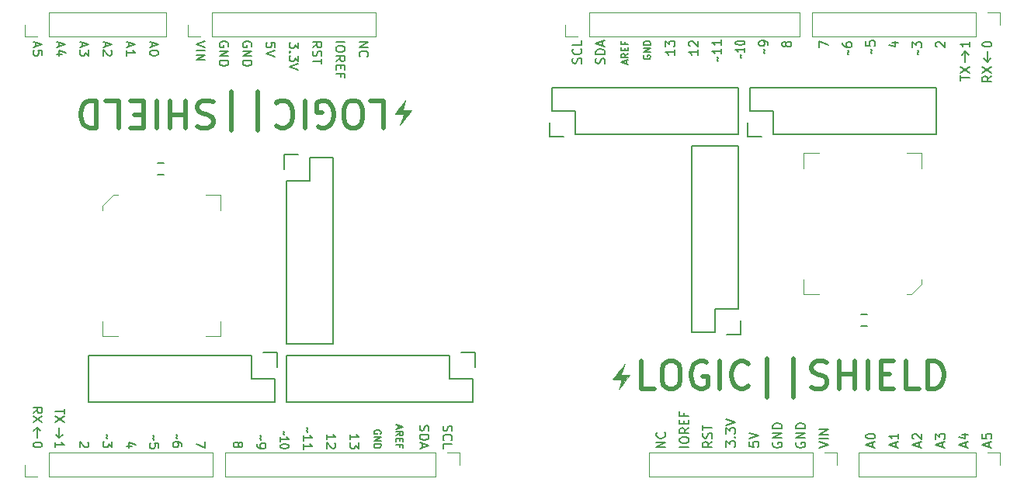
<source format=gto>
G04 #@! TF.FileFunction,Legend,Top*
%FSLAX46Y46*%
G04 Gerber Fmt 4.6, Leading zero omitted, Abs format (unit mm)*
G04 Created by KiCad (PCBNEW 4.0.5+dfsg1-4) date Tue Oct 16 22:11:46 2018*
%MOMM*%
%LPD*%
G01*
G04 APERTURE LIST*
%ADD10C,0.100000*%
%ADD11C,0.150000*%
%ADD12C,0.500000*%
%ADD13C,0.200000*%
%ADD14C,0.120000*%
%ADD15C,0.010000*%
G04 APERTURE END LIST*
D10*
D11*
X100115619Y-76898524D02*
X100115619Y-76422333D01*
X99639429Y-76374714D01*
X99687048Y-76422333D01*
X99734667Y-76517571D01*
X99734667Y-76755667D01*
X99687048Y-76850905D01*
X99639429Y-76898524D01*
X99544190Y-76946143D01*
X99306095Y-76946143D01*
X99210857Y-76898524D01*
X99163238Y-76850905D01*
X99115619Y-76755667D01*
X99115619Y-76517571D01*
X99163238Y-76422333D01*
X99210857Y-76374714D01*
X100115619Y-77231857D02*
X99115619Y-77565190D01*
X100115619Y-77898524D01*
X74001333Y-76374714D02*
X74001333Y-76850905D01*
X73715619Y-76279476D02*
X74715619Y-76612809D01*
X73715619Y-76946143D01*
X74715619Y-77755667D02*
X74715619Y-77279476D01*
X74239429Y-77231857D01*
X74287048Y-77279476D01*
X74334667Y-77374714D01*
X74334667Y-77612810D01*
X74287048Y-77708048D01*
X74239429Y-77755667D01*
X74144190Y-77803286D01*
X73906095Y-77803286D01*
X73810857Y-77755667D01*
X73763238Y-77708048D01*
X73715619Y-77612810D01*
X73715619Y-77374714D01*
X73763238Y-77279476D01*
X73810857Y-77231857D01*
X86701333Y-76374714D02*
X86701333Y-76850905D01*
X86415619Y-76279476D02*
X87415619Y-76612809D01*
X86415619Y-76946143D01*
X87415619Y-77469952D02*
X87415619Y-77565191D01*
X87368000Y-77660429D01*
X87320381Y-77708048D01*
X87225143Y-77755667D01*
X87034667Y-77803286D01*
X86796571Y-77803286D01*
X86606095Y-77755667D01*
X86510857Y-77708048D01*
X86463238Y-77660429D01*
X86415619Y-77565191D01*
X86415619Y-77469952D01*
X86463238Y-77374714D01*
X86510857Y-77327095D01*
X86606095Y-77279476D01*
X86796571Y-77231857D01*
X87034667Y-77231857D01*
X87225143Y-77279476D01*
X87320381Y-77327095D01*
X87368000Y-77374714D01*
X87415619Y-77469952D01*
X84161333Y-76374714D02*
X84161333Y-76850905D01*
X83875619Y-76279476D02*
X84875619Y-76612809D01*
X83875619Y-76946143D01*
X83875619Y-77803286D02*
X83875619Y-77231857D01*
X83875619Y-77517571D02*
X84875619Y-77517571D01*
X84732762Y-77422333D01*
X84637524Y-77327095D01*
X84589905Y-77231857D01*
X76541333Y-76374714D02*
X76541333Y-76850905D01*
X76255619Y-76279476D02*
X77255619Y-76612809D01*
X76255619Y-76946143D01*
X76922286Y-77708048D02*
X76255619Y-77708048D01*
X77303238Y-77469952D02*
X76588952Y-77231857D01*
X76588952Y-77850905D01*
X81621333Y-76374714D02*
X81621333Y-76850905D01*
X81335619Y-76279476D02*
X82335619Y-76612809D01*
X81335619Y-76946143D01*
X82240381Y-77231857D02*
X82288000Y-77279476D01*
X82335619Y-77374714D01*
X82335619Y-77612810D01*
X82288000Y-77708048D01*
X82240381Y-77755667D01*
X82145143Y-77803286D01*
X82049905Y-77803286D01*
X81907048Y-77755667D01*
X81335619Y-77184238D01*
X81335619Y-77803286D01*
X79081333Y-76374714D02*
X79081333Y-76850905D01*
X78795619Y-76279476D02*
X79795619Y-76612809D01*
X78795619Y-76946143D01*
X79795619Y-77184238D02*
X79795619Y-77803286D01*
X79414667Y-77469952D01*
X79414667Y-77612810D01*
X79367048Y-77708048D01*
X79319429Y-77755667D01*
X79224190Y-77803286D01*
X78986095Y-77803286D01*
X78890857Y-77755667D01*
X78843238Y-77708048D01*
X78795619Y-77612810D01*
X78795619Y-77327095D01*
X78843238Y-77231857D01*
X78890857Y-77184238D01*
X102655619Y-76374810D02*
X102655619Y-76993858D01*
X102274667Y-76660524D01*
X102274667Y-76803382D01*
X102227048Y-76898620D01*
X102179429Y-76946239D01*
X102084190Y-76993858D01*
X101846095Y-76993858D01*
X101750857Y-76946239D01*
X101703238Y-76898620D01*
X101655619Y-76803382D01*
X101655619Y-76517667D01*
X101703238Y-76422429D01*
X101750857Y-76374810D01*
X101750857Y-77422429D02*
X101703238Y-77470048D01*
X101655619Y-77422429D01*
X101703238Y-77374810D01*
X101750857Y-77422429D01*
X101655619Y-77422429D01*
X102655619Y-77803381D02*
X102655619Y-78422429D01*
X102274667Y-78089095D01*
X102274667Y-78231953D01*
X102227048Y-78327191D01*
X102179429Y-78374810D01*
X102084190Y-78422429D01*
X101846095Y-78422429D01*
X101750857Y-78374810D01*
X101703238Y-78327191D01*
X101655619Y-78231953D01*
X101655619Y-77946238D01*
X101703238Y-77851000D01*
X101750857Y-77803381D01*
X102655619Y-78708143D02*
X101655619Y-79041476D01*
X102655619Y-79374810D01*
D12*
X110503999Y-82716857D02*
X111932570Y-82716857D01*
X111932570Y-85716857D01*
X108932571Y-85716857D02*
X108361142Y-85716857D01*
X108075428Y-85574000D01*
X107789714Y-85288286D01*
X107646856Y-84716857D01*
X107646856Y-83716857D01*
X107789714Y-83145429D01*
X108075428Y-82859714D01*
X108361142Y-82716857D01*
X108932571Y-82716857D01*
X109218285Y-82859714D01*
X109503999Y-83145429D01*
X109646856Y-83716857D01*
X109646856Y-84716857D01*
X109503999Y-85288286D01*
X109218285Y-85574000D01*
X108932571Y-85716857D01*
X104789714Y-85574000D02*
X105075428Y-85716857D01*
X105503999Y-85716857D01*
X105932571Y-85574000D01*
X106218285Y-85288286D01*
X106361142Y-85002571D01*
X106503999Y-84431143D01*
X106503999Y-84002571D01*
X106361142Y-83431143D01*
X106218285Y-83145429D01*
X105932571Y-82859714D01*
X105503999Y-82716857D01*
X105218285Y-82716857D01*
X104789714Y-82859714D01*
X104646857Y-83002571D01*
X104646857Y-84002571D01*
X105218285Y-84002571D01*
X103361142Y-82716857D02*
X103361142Y-85716857D01*
X100218286Y-83002571D02*
X100361143Y-82859714D01*
X100789714Y-82716857D01*
X101075428Y-82716857D01*
X101504000Y-82859714D01*
X101789714Y-83145429D01*
X101932571Y-83431143D01*
X102075428Y-84002571D01*
X102075428Y-84431143D01*
X101932571Y-85002571D01*
X101789714Y-85288286D01*
X101504000Y-85574000D01*
X101075428Y-85716857D01*
X100789714Y-85716857D01*
X100361143Y-85574000D01*
X100218286Y-85431143D01*
X98218286Y-81716857D02*
X98218286Y-86002571D01*
X95361143Y-81716857D02*
X95361143Y-86002571D01*
X93361142Y-82859714D02*
X92932571Y-82716857D01*
X92218285Y-82716857D01*
X91932571Y-82859714D01*
X91789714Y-83002571D01*
X91646857Y-83288286D01*
X91646857Y-83574000D01*
X91789714Y-83859714D01*
X91932571Y-84002571D01*
X92218285Y-84145429D01*
X92789714Y-84288286D01*
X93075428Y-84431143D01*
X93218285Y-84574000D01*
X93361142Y-84859714D01*
X93361142Y-85145429D01*
X93218285Y-85431143D01*
X93075428Y-85574000D01*
X92789714Y-85716857D01*
X92075428Y-85716857D01*
X91646857Y-85574000D01*
X90361142Y-82716857D02*
X90361142Y-85716857D01*
X90361142Y-84288286D02*
X88646857Y-84288286D01*
X88646857Y-82716857D02*
X88646857Y-85716857D01*
X87218285Y-82716857D02*
X87218285Y-85716857D01*
X85789714Y-84288286D02*
X84789714Y-84288286D01*
X84361143Y-82716857D02*
X85789714Y-82716857D01*
X85789714Y-85716857D01*
X84361143Y-85716857D01*
X81646857Y-82716857D02*
X83075428Y-82716857D01*
X83075428Y-85716857D01*
X80646857Y-82716857D02*
X80646857Y-85716857D01*
X79932572Y-85716857D01*
X79504000Y-85574000D01*
X79218286Y-85288286D01*
X79075429Y-85002571D01*
X78932572Y-84431143D01*
X78932572Y-84002571D01*
X79075429Y-83431143D01*
X79218286Y-83145429D01*
X79504000Y-82859714D01*
X79932572Y-82716857D01*
X80646857Y-82716857D01*
D11*
X106735619Y-76327238D02*
X107735619Y-76327238D01*
X107735619Y-76993904D02*
X107735619Y-77184381D01*
X107688000Y-77279619D01*
X107592762Y-77374857D01*
X107402286Y-77422476D01*
X107068952Y-77422476D01*
X106878476Y-77374857D01*
X106783238Y-77279619D01*
X106735619Y-77184381D01*
X106735619Y-76993904D01*
X106783238Y-76898666D01*
X106878476Y-76803428D01*
X107068952Y-76755809D01*
X107402286Y-76755809D01*
X107592762Y-76803428D01*
X107688000Y-76898666D01*
X107735619Y-76993904D01*
X106735619Y-78422476D02*
X107211810Y-78089142D01*
X106735619Y-77851047D02*
X107735619Y-77851047D01*
X107735619Y-78232000D01*
X107688000Y-78327238D01*
X107640381Y-78374857D01*
X107545143Y-78422476D01*
X107402286Y-78422476D01*
X107307048Y-78374857D01*
X107259429Y-78327238D01*
X107211810Y-78232000D01*
X107211810Y-77851047D01*
X107259429Y-78851047D02*
X107259429Y-79184381D01*
X106735619Y-79327238D02*
X106735619Y-78851047D01*
X107735619Y-78851047D01*
X107735619Y-79327238D01*
X107259429Y-80089143D02*
X107259429Y-79755809D01*
X106735619Y-79755809D02*
X107735619Y-79755809D01*
X107735619Y-80232000D01*
X104195619Y-76922381D02*
X104671810Y-76589047D01*
X104195619Y-76350952D02*
X105195619Y-76350952D01*
X105195619Y-76731905D01*
X105148000Y-76827143D01*
X105100381Y-76874762D01*
X105005143Y-76922381D01*
X104862286Y-76922381D01*
X104767048Y-76874762D01*
X104719429Y-76827143D01*
X104671810Y-76731905D01*
X104671810Y-76350952D01*
X104243238Y-77303333D02*
X104195619Y-77446190D01*
X104195619Y-77684286D01*
X104243238Y-77779524D01*
X104290857Y-77827143D01*
X104386095Y-77874762D01*
X104481333Y-77874762D01*
X104576571Y-77827143D01*
X104624190Y-77779524D01*
X104671810Y-77684286D01*
X104719429Y-77493809D01*
X104767048Y-77398571D01*
X104814667Y-77350952D01*
X104909905Y-77303333D01*
X105005143Y-77303333D01*
X105100381Y-77350952D01*
X105148000Y-77398571D01*
X105195619Y-77493809D01*
X105195619Y-77731905D01*
X105148000Y-77874762D01*
X105195619Y-78160476D02*
X105195619Y-78731905D01*
X104195619Y-78446190D02*
X105195619Y-78446190D01*
X109275619Y-76303286D02*
X110275619Y-76303286D01*
X109275619Y-76874715D01*
X110275619Y-76874715D01*
X109370857Y-77922334D02*
X109323238Y-77874715D01*
X109275619Y-77731858D01*
X109275619Y-77636620D01*
X109323238Y-77493762D01*
X109418476Y-77398524D01*
X109513714Y-77350905D01*
X109704190Y-77303286D01*
X109847048Y-77303286D01*
X110037524Y-77350905D01*
X110132762Y-77398524D01*
X110228000Y-77493762D01*
X110275619Y-77636620D01*
X110275619Y-77731858D01*
X110228000Y-77874715D01*
X110180381Y-77922334D01*
X97528000Y-76835096D02*
X97575619Y-76739858D01*
X97575619Y-76597001D01*
X97528000Y-76454143D01*
X97432762Y-76358905D01*
X97337524Y-76311286D01*
X97147048Y-76263667D01*
X97004190Y-76263667D01*
X96813714Y-76311286D01*
X96718476Y-76358905D01*
X96623238Y-76454143D01*
X96575619Y-76597001D01*
X96575619Y-76692239D01*
X96623238Y-76835096D01*
X96670857Y-76882715D01*
X97004190Y-76882715D01*
X97004190Y-76692239D01*
X96575619Y-77311286D02*
X97575619Y-77311286D01*
X96575619Y-77882715D01*
X97575619Y-77882715D01*
X96575619Y-78358905D02*
X97575619Y-78358905D01*
X97575619Y-78597000D01*
X97528000Y-78739858D01*
X97432762Y-78835096D01*
X97337524Y-78882715D01*
X97147048Y-78930334D01*
X97004190Y-78930334D01*
X96813714Y-78882715D01*
X96718476Y-78835096D01*
X96623238Y-78739858D01*
X96575619Y-78597000D01*
X96575619Y-78358905D01*
X94988000Y-76835096D02*
X95035619Y-76739858D01*
X95035619Y-76597001D01*
X94988000Y-76454143D01*
X94892762Y-76358905D01*
X94797524Y-76311286D01*
X94607048Y-76263667D01*
X94464190Y-76263667D01*
X94273714Y-76311286D01*
X94178476Y-76358905D01*
X94083238Y-76454143D01*
X94035619Y-76597001D01*
X94035619Y-76692239D01*
X94083238Y-76835096D01*
X94130857Y-76882715D01*
X94464190Y-76882715D01*
X94464190Y-76692239D01*
X94035619Y-77311286D02*
X95035619Y-77311286D01*
X94035619Y-77882715D01*
X95035619Y-77882715D01*
X94035619Y-78358905D02*
X95035619Y-78358905D01*
X95035619Y-78597000D01*
X94988000Y-78739858D01*
X94892762Y-78835096D01*
X94797524Y-78882715D01*
X94607048Y-78930334D01*
X94464190Y-78930334D01*
X94273714Y-78882715D01*
X94178476Y-78835096D01*
X94083238Y-78739858D01*
X94035619Y-78597000D01*
X94035619Y-78358905D01*
X92495619Y-76247762D02*
X91495619Y-76581095D01*
X92495619Y-76914429D01*
X91495619Y-77247762D02*
X92495619Y-77247762D01*
X91495619Y-77723952D02*
X92495619Y-77723952D01*
X91495619Y-78295381D01*
X92495619Y-78295381D01*
X74715619Y-120221381D02*
X74715619Y-120316620D01*
X74668000Y-120411858D01*
X74620381Y-120459477D01*
X74525143Y-120507096D01*
X74334667Y-120554715D01*
X74096571Y-120554715D01*
X73906095Y-120507096D01*
X73810857Y-120459477D01*
X73763238Y-120411858D01*
X73715619Y-120316620D01*
X73715619Y-120221381D01*
X73763238Y-120126143D01*
X73810857Y-120078524D01*
X73906095Y-120030905D01*
X74096571Y-119983286D01*
X74334667Y-119983286D01*
X74525143Y-120030905D01*
X74620381Y-120078524D01*
X74668000Y-120126143D01*
X74715619Y-120221381D01*
X77128619Y-116332095D02*
X77128619Y-116903524D01*
X76128619Y-116617809D02*
X77128619Y-116617809D01*
X77128619Y-117141619D02*
X76128619Y-117808286D01*
X77128619Y-117808286D02*
X76128619Y-117141619D01*
X73715619Y-116800334D02*
X74191810Y-116467000D01*
X73715619Y-116228905D02*
X74715619Y-116228905D01*
X74715619Y-116609858D01*
X74668000Y-116705096D01*
X74620381Y-116752715D01*
X74525143Y-116800334D01*
X74382286Y-116800334D01*
X74287048Y-116752715D01*
X74239429Y-116705096D01*
X74191810Y-116609858D01*
X74191810Y-116228905D01*
X74715619Y-117133667D02*
X73715619Y-117800334D01*
X74715619Y-117800334D02*
X73715619Y-117133667D01*
D13*
X74168000Y-119506999D02*
X74168000Y-118364000D01*
X74168000Y-118364000D02*
X73787000Y-118745000D01*
X74168000Y-118364000D02*
X74549001Y-118745000D01*
D11*
X79700381Y-119983286D02*
X79748000Y-120030905D01*
X79795619Y-120126143D01*
X79795619Y-120364239D01*
X79748000Y-120459477D01*
X79700381Y-120507096D01*
X79605143Y-120554715D01*
X79509905Y-120554715D01*
X79367048Y-120507096D01*
X78795619Y-119935667D01*
X78795619Y-120554715D01*
D13*
X76581000Y-118364000D02*
X76581000Y-119507000D01*
X76581000Y-119507000D02*
X76962000Y-119126000D01*
X76581000Y-119507000D02*
X76200000Y-119126000D01*
D11*
X76128619Y-120554715D02*
X76128619Y-119983286D01*
X76128619Y-120269000D02*
X77128619Y-120269000D01*
X76985762Y-120173762D01*
X76890524Y-120078524D01*
X76842905Y-119983286D01*
X113540000Y-118134000D02*
X113540000Y-118491143D01*
X113325714Y-118062572D02*
X114075714Y-118312572D01*
X113325714Y-118562572D01*
X113325714Y-119241143D02*
X113682857Y-118991143D01*
X113325714Y-118812571D02*
X114075714Y-118812571D01*
X114075714Y-119098286D01*
X114040000Y-119169714D01*
X114004286Y-119205429D01*
X113932857Y-119241143D01*
X113825714Y-119241143D01*
X113754286Y-119205429D01*
X113718571Y-119169714D01*
X113682857Y-119098286D01*
X113682857Y-118812571D01*
X113718571Y-119562571D02*
X113718571Y-119812571D01*
X113325714Y-119919714D02*
X113325714Y-119562571D01*
X114075714Y-119562571D01*
X114075714Y-119919714D01*
X113718571Y-120491142D02*
X113718571Y-120241142D01*
X113325714Y-120241142D02*
X114075714Y-120241142D01*
X114075714Y-120598285D01*
X96131048Y-120173762D02*
X96178667Y-120078524D01*
X96226286Y-120030905D01*
X96321524Y-119983286D01*
X96369143Y-119983286D01*
X96464381Y-120030905D01*
X96512000Y-120078524D01*
X96559619Y-120173762D01*
X96559619Y-120364239D01*
X96512000Y-120459477D01*
X96464381Y-120507096D01*
X96369143Y-120554715D01*
X96321524Y-120554715D01*
X96226286Y-120507096D01*
X96178667Y-120459477D01*
X96131048Y-120364239D01*
X96131048Y-120173762D01*
X96083429Y-120078524D01*
X96035810Y-120030905D01*
X95940571Y-119983286D01*
X95750095Y-119983286D01*
X95654857Y-120030905D01*
X95607238Y-120078524D01*
X95559619Y-120173762D01*
X95559619Y-120364239D01*
X95607238Y-120459477D01*
X95654857Y-120507096D01*
X95750095Y-120554715D01*
X95940571Y-120554715D01*
X96035810Y-120507096D01*
X96083429Y-120459477D01*
X96131048Y-120364239D01*
X98480571Y-119276905D02*
X98528190Y-119324524D01*
X98575810Y-119419762D01*
X98480571Y-119610238D01*
X98528190Y-119705477D01*
X98575810Y-119753096D01*
X98099619Y-120181667D02*
X98099619Y-120372143D01*
X98147238Y-120467382D01*
X98194857Y-120515001D01*
X98337714Y-120610239D01*
X98528190Y-120657858D01*
X98909143Y-120657858D01*
X99004381Y-120610239D01*
X99052000Y-120562620D01*
X99099619Y-120467382D01*
X99099619Y-120276905D01*
X99052000Y-120181667D01*
X99004381Y-120134048D01*
X98909143Y-120086429D01*
X98671048Y-120086429D01*
X98575810Y-120134048D01*
X98528190Y-120181667D01*
X98480571Y-120276905D01*
X98480571Y-120467382D01*
X98528190Y-120562620D01*
X98575810Y-120610239D01*
X98671048Y-120657858D01*
X101020571Y-118789571D02*
X101068190Y-118827667D01*
X101115810Y-118903857D01*
X101020571Y-119056238D01*
X101068190Y-119132429D01*
X101115810Y-119170524D01*
X100639619Y-119894334D02*
X100639619Y-119437191D01*
X100639619Y-119665762D02*
X101639619Y-119665762D01*
X101496762Y-119589572D01*
X101401524Y-119513381D01*
X101353905Y-119437191D01*
X101639619Y-120389572D02*
X101639619Y-120465763D01*
X101592000Y-120541953D01*
X101544381Y-120580048D01*
X101449143Y-120618144D01*
X101258667Y-120656239D01*
X101020571Y-120656239D01*
X100830095Y-120618144D01*
X100734857Y-120580048D01*
X100687238Y-120541953D01*
X100639619Y-120465763D01*
X100639619Y-120389572D01*
X100687238Y-120313382D01*
X100734857Y-120275286D01*
X100830095Y-120237191D01*
X101020571Y-120199096D01*
X101258667Y-120199096D01*
X101449143Y-120237191D01*
X101544381Y-120275286D01*
X101592000Y-120313382D01*
X101639619Y-120389572D01*
X92495619Y-119935667D02*
X92495619Y-120602334D01*
X91495619Y-120173762D01*
X89336571Y-119149905D02*
X89384190Y-119197524D01*
X89431810Y-119292762D01*
X89336571Y-119483238D01*
X89384190Y-119578477D01*
X89431810Y-119626096D01*
X89955619Y-120435620D02*
X89955619Y-120245143D01*
X89908000Y-120149905D01*
X89860381Y-120102286D01*
X89717524Y-120007048D01*
X89527048Y-119959429D01*
X89146095Y-119959429D01*
X89050857Y-120007048D01*
X89003238Y-120054667D01*
X88955619Y-120149905D01*
X88955619Y-120340382D01*
X89003238Y-120435620D01*
X89050857Y-120483239D01*
X89146095Y-120530858D01*
X89384190Y-120530858D01*
X89479429Y-120483239D01*
X89527048Y-120435620D01*
X89574667Y-120340382D01*
X89574667Y-120149905D01*
X89527048Y-120054667D01*
X89479429Y-120007048D01*
X89384190Y-119959429D01*
X86796571Y-119276905D02*
X86844190Y-119324524D01*
X86891810Y-119419762D01*
X86796571Y-119610238D01*
X86844190Y-119705477D01*
X86891810Y-119753096D01*
X87415619Y-120610239D02*
X87415619Y-120134048D01*
X86939429Y-120086429D01*
X86987048Y-120134048D01*
X87034667Y-120229286D01*
X87034667Y-120467382D01*
X86987048Y-120562620D01*
X86939429Y-120610239D01*
X86844190Y-120657858D01*
X86606095Y-120657858D01*
X86510857Y-120610239D01*
X86463238Y-120562620D01*
X86415619Y-120467382D01*
X86415619Y-120229286D01*
X86463238Y-120134048D01*
X86510857Y-120086429D01*
X108259619Y-119697524D02*
X108259619Y-119126095D01*
X108259619Y-119411809D02*
X109259619Y-119411809D01*
X109116762Y-119316571D01*
X109021524Y-119221333D01*
X108973905Y-119126095D01*
X109259619Y-120030857D02*
X109259619Y-120649905D01*
X108878667Y-120316571D01*
X108878667Y-120459429D01*
X108831048Y-120554667D01*
X108783429Y-120602286D01*
X108688190Y-120649905D01*
X108450095Y-120649905D01*
X108354857Y-120602286D01*
X108307238Y-120554667D01*
X108259619Y-120459429D01*
X108259619Y-120173714D01*
X108307238Y-120078476D01*
X108354857Y-120030857D01*
X105719619Y-119697524D02*
X105719619Y-119126095D01*
X105719619Y-119411809D02*
X106719619Y-119411809D01*
X106576762Y-119316571D01*
X106481524Y-119221333D01*
X106433905Y-119126095D01*
X106624381Y-120078476D02*
X106672000Y-120126095D01*
X106719619Y-120221333D01*
X106719619Y-120459429D01*
X106672000Y-120554667D01*
X106624381Y-120602286D01*
X106529143Y-120649905D01*
X106433905Y-120649905D01*
X106291048Y-120602286D01*
X105719619Y-120030857D01*
X105719619Y-120649905D01*
X103560571Y-118419714D02*
X103608190Y-118467333D01*
X103655810Y-118562571D01*
X103560571Y-118753047D01*
X103608190Y-118848286D01*
X103655810Y-118895905D01*
X103179619Y-119800667D02*
X103179619Y-119229238D01*
X103179619Y-119514952D02*
X104179619Y-119514952D01*
X104036762Y-119419714D01*
X103941524Y-119324476D01*
X103893905Y-119229238D01*
X103179619Y-120753048D02*
X103179619Y-120181619D01*
X103179619Y-120467333D02*
X104179619Y-120467333D01*
X104036762Y-120372095D01*
X103941524Y-120276857D01*
X103893905Y-120181619D01*
X111627000Y-119062572D02*
X111662714Y-118991143D01*
X111662714Y-118884000D01*
X111627000Y-118776857D01*
X111555571Y-118705429D01*
X111484143Y-118669714D01*
X111341286Y-118634000D01*
X111234143Y-118634000D01*
X111091286Y-118669714D01*
X111019857Y-118705429D01*
X110948429Y-118776857D01*
X110912714Y-118884000D01*
X110912714Y-118955429D01*
X110948429Y-119062572D01*
X110984143Y-119098286D01*
X111234143Y-119098286D01*
X111234143Y-118955429D01*
X110912714Y-119419714D02*
X111662714Y-119419714D01*
X110912714Y-119848286D01*
X111662714Y-119848286D01*
X110912714Y-120205428D02*
X111662714Y-120205428D01*
X111662714Y-120384000D01*
X111627000Y-120491143D01*
X111555571Y-120562571D01*
X111484143Y-120598286D01*
X111341286Y-120634000D01*
X111234143Y-120634000D01*
X111091286Y-120598286D01*
X111019857Y-120562571D01*
X110948429Y-120491143D01*
X110912714Y-120384000D01*
X110912714Y-120205428D01*
X118467238Y-118189524D02*
X118419619Y-118332381D01*
X118419619Y-118570477D01*
X118467238Y-118665715D01*
X118514857Y-118713334D01*
X118610095Y-118760953D01*
X118705333Y-118760953D01*
X118800571Y-118713334D01*
X118848190Y-118665715D01*
X118895810Y-118570477D01*
X118943429Y-118380000D01*
X118991048Y-118284762D01*
X119038667Y-118237143D01*
X119133905Y-118189524D01*
X119229143Y-118189524D01*
X119324381Y-118237143D01*
X119372000Y-118284762D01*
X119419619Y-118380000D01*
X119419619Y-118618096D01*
X119372000Y-118760953D01*
X118514857Y-119760953D02*
X118467238Y-119713334D01*
X118419619Y-119570477D01*
X118419619Y-119475239D01*
X118467238Y-119332381D01*
X118562476Y-119237143D01*
X118657714Y-119189524D01*
X118848190Y-119141905D01*
X118991048Y-119141905D01*
X119181524Y-119189524D01*
X119276762Y-119237143D01*
X119372000Y-119332381D01*
X119419619Y-119475239D01*
X119419619Y-119570477D01*
X119372000Y-119713334D01*
X119324381Y-119760953D01*
X118419619Y-120665715D02*
X118419619Y-120189524D01*
X119419619Y-120189524D01*
X115927238Y-118165714D02*
X115879619Y-118308571D01*
X115879619Y-118546667D01*
X115927238Y-118641905D01*
X115974857Y-118689524D01*
X116070095Y-118737143D01*
X116165333Y-118737143D01*
X116260571Y-118689524D01*
X116308190Y-118641905D01*
X116355810Y-118546667D01*
X116403429Y-118356190D01*
X116451048Y-118260952D01*
X116498667Y-118213333D01*
X116593905Y-118165714D01*
X116689143Y-118165714D01*
X116784381Y-118213333D01*
X116832000Y-118260952D01*
X116879619Y-118356190D01*
X116879619Y-118594286D01*
X116832000Y-118737143D01*
X115879619Y-119165714D02*
X116879619Y-119165714D01*
X116879619Y-119403809D01*
X116832000Y-119546667D01*
X116736762Y-119641905D01*
X116641524Y-119689524D01*
X116451048Y-119737143D01*
X116308190Y-119737143D01*
X116117714Y-119689524D01*
X116022476Y-119641905D01*
X115927238Y-119546667D01*
X115879619Y-119403809D01*
X115879619Y-119165714D01*
X116165333Y-120118095D02*
X116165333Y-120594286D01*
X115879619Y-120022857D02*
X116879619Y-120356190D01*
X115879619Y-120689524D01*
X84542286Y-120459477D02*
X83875619Y-120459477D01*
X84923238Y-120221381D02*
X84208952Y-119983286D01*
X84208952Y-120602334D01*
X81716571Y-119149905D02*
X81764190Y-119197524D01*
X81811810Y-119292762D01*
X81716571Y-119483238D01*
X81764190Y-119578477D01*
X81811810Y-119626096D01*
X82335619Y-119911810D02*
X82335619Y-120530858D01*
X81954667Y-120197524D01*
X81954667Y-120340382D01*
X81907048Y-120435620D01*
X81859429Y-120483239D01*
X81764190Y-120530858D01*
X81526095Y-120530858D01*
X81430857Y-120483239D01*
X81383238Y-120435620D01*
X81335619Y-120340382D01*
X81335619Y-120054667D01*
X81383238Y-119959429D01*
X81430857Y-119911810D01*
X175839381Y-76295285D02*
X175839381Y-76866714D01*
X175839381Y-76581000D02*
X174839381Y-76581000D01*
X174982238Y-76676238D01*
X175077476Y-76771476D01*
X175125095Y-76866714D01*
X177252381Y-76628619D02*
X177252381Y-76533380D01*
X177300000Y-76438142D01*
X177347619Y-76390523D01*
X177442857Y-76342904D01*
X177633333Y-76295285D01*
X177871429Y-76295285D01*
X178061905Y-76342904D01*
X178157143Y-76390523D01*
X178204762Y-76438142D01*
X178252381Y-76533380D01*
X178252381Y-76628619D01*
X178204762Y-76723857D01*
X178157143Y-76771476D01*
X178061905Y-76819095D01*
X177871429Y-76866714D01*
X177633333Y-76866714D01*
X177442857Y-76819095D01*
X177347619Y-76771476D01*
X177300000Y-76723857D01*
X177252381Y-76628619D01*
D13*
X177800000Y-78486000D02*
X177418999Y-78105000D01*
X177800000Y-78486000D02*
X178181000Y-78105000D01*
X177800000Y-77343001D02*
X177800000Y-78486000D01*
X175387000Y-77343000D02*
X175768000Y-77724000D01*
X175387000Y-77343000D02*
X175006000Y-77724000D01*
X175387000Y-78486000D02*
X175387000Y-77343000D01*
D11*
X178252381Y-80049666D02*
X177776190Y-80383000D01*
X178252381Y-80621095D02*
X177252381Y-80621095D01*
X177252381Y-80240142D01*
X177300000Y-80144904D01*
X177347619Y-80097285D01*
X177442857Y-80049666D01*
X177585714Y-80049666D01*
X177680952Y-80097285D01*
X177728571Y-80144904D01*
X177776190Y-80240142D01*
X177776190Y-80621095D01*
X177252381Y-79716333D02*
X178252381Y-79049666D01*
X177252381Y-79049666D02*
X178252381Y-79716333D01*
X174839381Y-80517905D02*
X174839381Y-79946476D01*
X175839381Y-80232191D02*
X174839381Y-80232191D01*
X174839381Y-79708381D02*
X175839381Y-79041714D01*
X174839381Y-79041714D02*
X175839381Y-79708381D01*
X172267619Y-76866714D02*
X172220000Y-76819095D01*
X172172381Y-76723857D01*
X172172381Y-76485761D01*
X172220000Y-76390523D01*
X172267619Y-76342904D01*
X172362857Y-76295285D01*
X172458095Y-76295285D01*
X172600952Y-76342904D01*
X173172381Y-76914333D01*
X173172381Y-76295285D01*
X170251429Y-77700095D02*
X170203810Y-77652476D01*
X170156190Y-77557238D01*
X170251429Y-77366762D01*
X170203810Y-77271523D01*
X170156190Y-77223904D01*
X169632381Y-76938190D02*
X169632381Y-76319142D01*
X170013333Y-76652476D01*
X170013333Y-76509618D01*
X170060952Y-76414380D01*
X170108571Y-76366761D01*
X170203810Y-76319142D01*
X170441905Y-76319142D01*
X170537143Y-76366761D01*
X170584762Y-76414380D01*
X170632381Y-76509618D01*
X170632381Y-76795333D01*
X170584762Y-76890571D01*
X170537143Y-76938190D01*
X167425714Y-76390523D02*
X168092381Y-76390523D01*
X167044762Y-76628619D02*
X167759048Y-76866714D01*
X167759048Y-76247666D01*
X165171429Y-77573095D02*
X165123810Y-77525476D01*
X165076190Y-77430238D01*
X165171429Y-77239762D01*
X165123810Y-77144523D01*
X165076190Y-77096904D01*
X164552381Y-76239761D02*
X164552381Y-76715952D01*
X165028571Y-76763571D01*
X164980952Y-76715952D01*
X164933333Y-76620714D01*
X164933333Y-76382618D01*
X164980952Y-76287380D01*
X165028571Y-76239761D01*
X165123810Y-76192142D01*
X165361905Y-76192142D01*
X165457143Y-76239761D01*
X165504762Y-76287380D01*
X165552381Y-76382618D01*
X165552381Y-76620714D01*
X165504762Y-76715952D01*
X165457143Y-76763571D01*
X162631429Y-77700095D02*
X162583810Y-77652476D01*
X162536190Y-77557238D01*
X162631429Y-77366762D01*
X162583810Y-77271523D01*
X162536190Y-77223904D01*
X162012381Y-76414380D02*
X162012381Y-76604857D01*
X162060000Y-76700095D01*
X162107619Y-76747714D01*
X162250476Y-76842952D01*
X162440952Y-76890571D01*
X162821905Y-76890571D01*
X162917143Y-76842952D01*
X162964762Y-76795333D01*
X163012381Y-76700095D01*
X163012381Y-76509618D01*
X162964762Y-76414380D01*
X162917143Y-76366761D01*
X162821905Y-76319142D01*
X162583810Y-76319142D01*
X162488571Y-76366761D01*
X162440952Y-76414380D01*
X162393333Y-76509618D01*
X162393333Y-76700095D01*
X162440952Y-76795333D01*
X162488571Y-76842952D01*
X162583810Y-76890571D01*
X159472381Y-76914333D02*
X159472381Y-76247666D01*
X160472381Y-76676238D01*
X155836952Y-76676238D02*
X155789333Y-76771476D01*
X155741714Y-76819095D01*
X155646476Y-76866714D01*
X155598857Y-76866714D01*
X155503619Y-76819095D01*
X155456000Y-76771476D01*
X155408381Y-76676238D01*
X155408381Y-76485761D01*
X155456000Y-76390523D01*
X155503619Y-76342904D01*
X155598857Y-76295285D01*
X155646476Y-76295285D01*
X155741714Y-76342904D01*
X155789333Y-76390523D01*
X155836952Y-76485761D01*
X155836952Y-76676238D01*
X155884571Y-76771476D01*
X155932190Y-76819095D01*
X156027429Y-76866714D01*
X156217905Y-76866714D01*
X156313143Y-76819095D01*
X156360762Y-76771476D01*
X156408381Y-76676238D01*
X156408381Y-76485761D01*
X156360762Y-76390523D01*
X156313143Y-76342904D01*
X156217905Y-76295285D01*
X156027429Y-76295285D01*
X155932190Y-76342904D01*
X155884571Y-76390523D01*
X155836952Y-76485761D01*
X153487429Y-77573095D02*
X153439810Y-77525476D01*
X153392190Y-77430238D01*
X153487429Y-77239762D01*
X153439810Y-77144523D01*
X153392190Y-77096904D01*
X153868381Y-76668333D02*
X153868381Y-76477857D01*
X153820762Y-76382618D01*
X153773143Y-76334999D01*
X153630286Y-76239761D01*
X153439810Y-76192142D01*
X153058857Y-76192142D01*
X152963619Y-76239761D01*
X152916000Y-76287380D01*
X152868381Y-76382618D01*
X152868381Y-76573095D01*
X152916000Y-76668333D01*
X152963619Y-76715952D01*
X153058857Y-76763571D01*
X153296952Y-76763571D01*
X153392190Y-76715952D01*
X153439810Y-76668333D01*
X153487429Y-76573095D01*
X153487429Y-76382618D01*
X153439810Y-76287380D01*
X153392190Y-76239761D01*
X153296952Y-76192142D01*
X150947429Y-78060429D02*
X150899810Y-78022333D01*
X150852190Y-77946143D01*
X150947429Y-77793762D01*
X150899810Y-77717571D01*
X150852190Y-77679476D01*
X151328381Y-76955666D02*
X151328381Y-77412809D01*
X151328381Y-77184238D02*
X150328381Y-77184238D01*
X150471238Y-77260428D01*
X150566476Y-77336619D01*
X150614095Y-77412809D01*
X150328381Y-76460428D02*
X150328381Y-76384237D01*
X150376000Y-76308047D01*
X150423619Y-76269952D01*
X150518857Y-76231856D01*
X150709333Y-76193761D01*
X150947429Y-76193761D01*
X151137905Y-76231856D01*
X151233143Y-76269952D01*
X151280762Y-76308047D01*
X151328381Y-76384237D01*
X151328381Y-76460428D01*
X151280762Y-76536618D01*
X151233143Y-76574714D01*
X151137905Y-76612809D01*
X150947429Y-76650904D01*
X150709333Y-76650904D01*
X150518857Y-76612809D01*
X150423619Y-76574714D01*
X150376000Y-76536618D01*
X150328381Y-76460428D01*
X148407429Y-78430286D02*
X148359810Y-78382667D01*
X148312190Y-78287429D01*
X148407429Y-78096953D01*
X148359810Y-78001714D01*
X148312190Y-77954095D01*
X148788381Y-77049333D02*
X148788381Y-77620762D01*
X148788381Y-77335048D02*
X147788381Y-77335048D01*
X147931238Y-77430286D01*
X148026476Y-77525524D01*
X148074095Y-77620762D01*
X148788381Y-76096952D02*
X148788381Y-76668381D01*
X148788381Y-76382667D02*
X147788381Y-76382667D01*
X147931238Y-76477905D01*
X148026476Y-76573143D01*
X148074095Y-76668381D01*
X146248381Y-77152476D02*
X146248381Y-77723905D01*
X146248381Y-77438191D02*
X145248381Y-77438191D01*
X145391238Y-77533429D01*
X145486476Y-77628667D01*
X145534095Y-77723905D01*
X145343619Y-76771524D02*
X145296000Y-76723905D01*
X145248381Y-76628667D01*
X145248381Y-76390571D01*
X145296000Y-76295333D01*
X145343619Y-76247714D01*
X145438857Y-76200095D01*
X145534095Y-76200095D01*
X145676952Y-76247714D01*
X146248381Y-76819143D01*
X146248381Y-76200095D01*
X143708381Y-77152476D02*
X143708381Y-77723905D01*
X143708381Y-77438191D02*
X142708381Y-77438191D01*
X142851238Y-77533429D01*
X142946476Y-77628667D01*
X142994095Y-77723905D01*
X142708381Y-76819143D02*
X142708381Y-76200095D01*
X143089333Y-76533429D01*
X143089333Y-76390571D01*
X143136952Y-76295333D01*
X143184571Y-76247714D01*
X143279810Y-76200095D01*
X143517905Y-76200095D01*
X143613143Y-76247714D01*
X143660762Y-76295333D01*
X143708381Y-76390571D01*
X143708381Y-76676286D01*
X143660762Y-76771524D01*
X143613143Y-76819143D01*
X140341000Y-77787428D02*
X140305286Y-77858857D01*
X140305286Y-77966000D01*
X140341000Y-78073143D01*
X140412429Y-78144571D01*
X140483857Y-78180286D01*
X140626714Y-78216000D01*
X140733857Y-78216000D01*
X140876714Y-78180286D01*
X140948143Y-78144571D01*
X141019571Y-78073143D01*
X141055286Y-77966000D01*
X141055286Y-77894571D01*
X141019571Y-77787428D01*
X140983857Y-77751714D01*
X140733857Y-77751714D01*
X140733857Y-77894571D01*
X141055286Y-77430286D02*
X140305286Y-77430286D01*
X141055286Y-77001714D01*
X140305286Y-77001714D01*
X141055286Y-76644572D02*
X140305286Y-76644572D01*
X140305286Y-76466000D01*
X140341000Y-76358857D01*
X140412429Y-76287429D01*
X140483857Y-76251714D01*
X140626714Y-76216000D01*
X140733857Y-76216000D01*
X140876714Y-76251714D01*
X140948143Y-76287429D01*
X141019571Y-76358857D01*
X141055286Y-76466000D01*
X141055286Y-76644572D01*
X138428000Y-78716000D02*
X138428000Y-78358857D01*
X138642286Y-78787428D02*
X137892286Y-78537428D01*
X138642286Y-78287428D01*
X138642286Y-77608857D02*
X138285143Y-77858857D01*
X138642286Y-78037429D02*
X137892286Y-78037429D01*
X137892286Y-77751714D01*
X137928000Y-77680286D01*
X137963714Y-77644571D01*
X138035143Y-77608857D01*
X138142286Y-77608857D01*
X138213714Y-77644571D01*
X138249429Y-77680286D01*
X138285143Y-77751714D01*
X138285143Y-78037429D01*
X138249429Y-77287429D02*
X138249429Y-77037429D01*
X138642286Y-76930286D02*
X138642286Y-77287429D01*
X137892286Y-77287429D01*
X137892286Y-76930286D01*
X138249429Y-76358858D02*
X138249429Y-76608858D01*
X138642286Y-76608858D02*
X137892286Y-76608858D01*
X137892286Y-76251715D01*
X133500762Y-78660476D02*
X133548381Y-78517619D01*
X133548381Y-78279523D01*
X133500762Y-78184285D01*
X133453143Y-78136666D01*
X133357905Y-78089047D01*
X133262667Y-78089047D01*
X133167429Y-78136666D01*
X133119810Y-78184285D01*
X133072190Y-78279523D01*
X133024571Y-78470000D01*
X132976952Y-78565238D01*
X132929333Y-78612857D01*
X132834095Y-78660476D01*
X132738857Y-78660476D01*
X132643619Y-78612857D01*
X132596000Y-78565238D01*
X132548381Y-78470000D01*
X132548381Y-78231904D01*
X132596000Y-78089047D01*
X133453143Y-77089047D02*
X133500762Y-77136666D01*
X133548381Y-77279523D01*
X133548381Y-77374761D01*
X133500762Y-77517619D01*
X133405524Y-77612857D01*
X133310286Y-77660476D01*
X133119810Y-77708095D01*
X132976952Y-77708095D01*
X132786476Y-77660476D01*
X132691238Y-77612857D01*
X132596000Y-77517619D01*
X132548381Y-77374761D01*
X132548381Y-77279523D01*
X132596000Y-77136666D01*
X132643619Y-77089047D01*
X133548381Y-76184285D02*
X133548381Y-76660476D01*
X132548381Y-76660476D01*
X136040762Y-78684286D02*
X136088381Y-78541429D01*
X136088381Y-78303333D01*
X136040762Y-78208095D01*
X135993143Y-78160476D01*
X135897905Y-78112857D01*
X135802667Y-78112857D01*
X135707429Y-78160476D01*
X135659810Y-78208095D01*
X135612190Y-78303333D01*
X135564571Y-78493810D01*
X135516952Y-78589048D01*
X135469333Y-78636667D01*
X135374095Y-78684286D01*
X135278857Y-78684286D01*
X135183619Y-78636667D01*
X135136000Y-78589048D01*
X135088381Y-78493810D01*
X135088381Y-78255714D01*
X135136000Y-78112857D01*
X136088381Y-77684286D02*
X135088381Y-77684286D01*
X135088381Y-77446191D01*
X135136000Y-77303333D01*
X135231238Y-77208095D01*
X135326476Y-77160476D01*
X135516952Y-77112857D01*
X135659810Y-77112857D01*
X135850286Y-77160476D01*
X135945524Y-77208095D01*
X136040762Y-77303333D01*
X136088381Y-77446191D01*
X136088381Y-77684286D01*
X135802667Y-76731905D02*
X135802667Y-76255714D01*
X136088381Y-76827143D02*
X135088381Y-76493810D01*
X136088381Y-76160476D01*
X177966667Y-120475286D02*
X177966667Y-119999095D01*
X178252381Y-120570524D02*
X177252381Y-120237191D01*
X178252381Y-119903857D01*
X177252381Y-119094333D02*
X177252381Y-119570524D01*
X177728571Y-119618143D01*
X177680952Y-119570524D01*
X177633333Y-119475286D01*
X177633333Y-119237190D01*
X177680952Y-119141952D01*
X177728571Y-119094333D01*
X177823810Y-119046714D01*
X178061905Y-119046714D01*
X178157143Y-119094333D01*
X178204762Y-119141952D01*
X178252381Y-119237190D01*
X178252381Y-119475286D01*
X178204762Y-119570524D01*
X178157143Y-119618143D01*
X175426667Y-120475286D02*
X175426667Y-119999095D01*
X175712381Y-120570524D02*
X174712381Y-120237191D01*
X175712381Y-119903857D01*
X175045714Y-119141952D02*
X175712381Y-119141952D01*
X174664762Y-119380048D02*
X175379048Y-119618143D01*
X175379048Y-118999095D01*
X172886667Y-120475286D02*
X172886667Y-119999095D01*
X173172381Y-120570524D02*
X172172381Y-120237191D01*
X173172381Y-119903857D01*
X172172381Y-119665762D02*
X172172381Y-119046714D01*
X172553333Y-119380048D01*
X172553333Y-119237190D01*
X172600952Y-119141952D01*
X172648571Y-119094333D01*
X172743810Y-119046714D01*
X172981905Y-119046714D01*
X173077143Y-119094333D01*
X173124762Y-119141952D01*
X173172381Y-119237190D01*
X173172381Y-119522905D01*
X173124762Y-119618143D01*
X173077143Y-119665762D01*
X170346667Y-120475286D02*
X170346667Y-119999095D01*
X170632381Y-120570524D02*
X169632381Y-120237191D01*
X170632381Y-119903857D01*
X169727619Y-119618143D02*
X169680000Y-119570524D01*
X169632381Y-119475286D01*
X169632381Y-119237190D01*
X169680000Y-119141952D01*
X169727619Y-119094333D01*
X169822857Y-119046714D01*
X169918095Y-119046714D01*
X170060952Y-119094333D01*
X170632381Y-119665762D01*
X170632381Y-119046714D01*
X167806667Y-120475286D02*
X167806667Y-119999095D01*
X168092381Y-120570524D02*
X167092381Y-120237191D01*
X168092381Y-119903857D01*
X168092381Y-119046714D02*
X168092381Y-119618143D01*
X168092381Y-119332429D02*
X167092381Y-119332429D01*
X167235238Y-119427667D01*
X167330476Y-119522905D01*
X167378095Y-119618143D01*
X165266667Y-120475286D02*
X165266667Y-119999095D01*
X165552381Y-120570524D02*
X164552381Y-120237191D01*
X165552381Y-119903857D01*
X164552381Y-119380048D02*
X164552381Y-119284809D01*
X164600000Y-119189571D01*
X164647619Y-119141952D01*
X164742857Y-119094333D01*
X164933333Y-119046714D01*
X165171429Y-119046714D01*
X165361905Y-119094333D01*
X165457143Y-119141952D01*
X165504762Y-119189571D01*
X165552381Y-119284809D01*
X165552381Y-119380048D01*
X165504762Y-119475286D01*
X165457143Y-119522905D01*
X165361905Y-119570524D01*
X165171429Y-119618143D01*
X164933333Y-119618143D01*
X164742857Y-119570524D01*
X164647619Y-119522905D01*
X164600000Y-119475286D01*
X164552381Y-119380048D01*
X159472381Y-120602238D02*
X160472381Y-120268905D01*
X159472381Y-119935571D01*
X160472381Y-119602238D02*
X159472381Y-119602238D01*
X160472381Y-119126048D02*
X159472381Y-119126048D01*
X160472381Y-118554619D01*
X159472381Y-118554619D01*
X156980000Y-120014904D02*
X156932381Y-120110142D01*
X156932381Y-120252999D01*
X156980000Y-120395857D01*
X157075238Y-120491095D01*
X157170476Y-120538714D01*
X157360952Y-120586333D01*
X157503810Y-120586333D01*
X157694286Y-120538714D01*
X157789524Y-120491095D01*
X157884762Y-120395857D01*
X157932381Y-120252999D01*
X157932381Y-120157761D01*
X157884762Y-120014904D01*
X157837143Y-119967285D01*
X157503810Y-119967285D01*
X157503810Y-120157761D01*
X157932381Y-119538714D02*
X156932381Y-119538714D01*
X157932381Y-118967285D01*
X156932381Y-118967285D01*
X157932381Y-118491095D02*
X156932381Y-118491095D01*
X156932381Y-118253000D01*
X156980000Y-118110142D01*
X157075238Y-118014904D01*
X157170476Y-117967285D01*
X157360952Y-117919666D01*
X157503810Y-117919666D01*
X157694286Y-117967285D01*
X157789524Y-118014904D01*
X157884762Y-118110142D01*
X157932381Y-118253000D01*
X157932381Y-118491095D01*
X154440000Y-120014904D02*
X154392381Y-120110142D01*
X154392381Y-120252999D01*
X154440000Y-120395857D01*
X154535238Y-120491095D01*
X154630476Y-120538714D01*
X154820952Y-120586333D01*
X154963810Y-120586333D01*
X155154286Y-120538714D01*
X155249524Y-120491095D01*
X155344762Y-120395857D01*
X155392381Y-120252999D01*
X155392381Y-120157761D01*
X155344762Y-120014904D01*
X155297143Y-119967285D01*
X154963810Y-119967285D01*
X154963810Y-120157761D01*
X155392381Y-119538714D02*
X154392381Y-119538714D01*
X155392381Y-118967285D01*
X154392381Y-118967285D01*
X155392381Y-118491095D02*
X154392381Y-118491095D01*
X154392381Y-118253000D01*
X154440000Y-118110142D01*
X154535238Y-118014904D01*
X154630476Y-117967285D01*
X154820952Y-117919666D01*
X154963810Y-117919666D01*
X155154286Y-117967285D01*
X155249524Y-118014904D01*
X155344762Y-118110142D01*
X155392381Y-118253000D01*
X155392381Y-118491095D01*
X151852381Y-119951476D02*
X151852381Y-120427667D01*
X152328571Y-120475286D01*
X152280952Y-120427667D01*
X152233333Y-120332429D01*
X152233333Y-120094333D01*
X152280952Y-119999095D01*
X152328571Y-119951476D01*
X152423810Y-119903857D01*
X152661905Y-119903857D01*
X152757143Y-119951476D01*
X152804762Y-119999095D01*
X152852381Y-120094333D01*
X152852381Y-120332429D01*
X152804762Y-120427667D01*
X152757143Y-120475286D01*
X151852381Y-119618143D02*
X152852381Y-119284810D01*
X151852381Y-118951476D01*
X149312381Y-120475190D02*
X149312381Y-119856142D01*
X149693333Y-120189476D01*
X149693333Y-120046618D01*
X149740952Y-119951380D01*
X149788571Y-119903761D01*
X149883810Y-119856142D01*
X150121905Y-119856142D01*
X150217143Y-119903761D01*
X150264762Y-119951380D01*
X150312381Y-120046618D01*
X150312381Y-120332333D01*
X150264762Y-120427571D01*
X150217143Y-120475190D01*
X150217143Y-119427571D02*
X150264762Y-119379952D01*
X150312381Y-119427571D01*
X150264762Y-119475190D01*
X150217143Y-119427571D01*
X150312381Y-119427571D01*
X149312381Y-119046619D02*
X149312381Y-118427571D01*
X149693333Y-118760905D01*
X149693333Y-118618047D01*
X149740952Y-118522809D01*
X149788571Y-118475190D01*
X149883810Y-118427571D01*
X150121905Y-118427571D01*
X150217143Y-118475190D01*
X150264762Y-118522809D01*
X150312381Y-118618047D01*
X150312381Y-118903762D01*
X150264762Y-118999000D01*
X150217143Y-119046619D01*
X149312381Y-118141857D02*
X150312381Y-117808524D01*
X149312381Y-117475190D01*
X147772381Y-119927619D02*
X147296190Y-120260953D01*
X147772381Y-120499048D02*
X146772381Y-120499048D01*
X146772381Y-120118095D01*
X146820000Y-120022857D01*
X146867619Y-119975238D01*
X146962857Y-119927619D01*
X147105714Y-119927619D01*
X147200952Y-119975238D01*
X147248571Y-120022857D01*
X147296190Y-120118095D01*
X147296190Y-120499048D01*
X147724762Y-119546667D02*
X147772381Y-119403810D01*
X147772381Y-119165714D01*
X147724762Y-119070476D01*
X147677143Y-119022857D01*
X147581905Y-118975238D01*
X147486667Y-118975238D01*
X147391429Y-119022857D01*
X147343810Y-119070476D01*
X147296190Y-119165714D01*
X147248571Y-119356191D01*
X147200952Y-119451429D01*
X147153333Y-119499048D01*
X147058095Y-119546667D01*
X146962857Y-119546667D01*
X146867619Y-119499048D01*
X146820000Y-119451429D01*
X146772381Y-119356191D01*
X146772381Y-119118095D01*
X146820000Y-118975238D01*
X146772381Y-118689524D02*
X146772381Y-118118095D01*
X147772381Y-118403810D02*
X146772381Y-118403810D01*
X145232381Y-120522762D02*
X144232381Y-120522762D01*
X144232381Y-119856096D02*
X144232381Y-119665619D01*
X144280000Y-119570381D01*
X144375238Y-119475143D01*
X144565714Y-119427524D01*
X144899048Y-119427524D01*
X145089524Y-119475143D01*
X145184762Y-119570381D01*
X145232381Y-119665619D01*
X145232381Y-119856096D01*
X145184762Y-119951334D01*
X145089524Y-120046572D01*
X144899048Y-120094191D01*
X144565714Y-120094191D01*
X144375238Y-120046572D01*
X144280000Y-119951334D01*
X144232381Y-119856096D01*
X145232381Y-118427524D02*
X144756190Y-118760858D01*
X145232381Y-118998953D02*
X144232381Y-118998953D01*
X144232381Y-118618000D01*
X144280000Y-118522762D01*
X144327619Y-118475143D01*
X144422857Y-118427524D01*
X144565714Y-118427524D01*
X144660952Y-118475143D01*
X144708571Y-118522762D01*
X144756190Y-118618000D01*
X144756190Y-118998953D01*
X144708571Y-117998953D02*
X144708571Y-117665619D01*
X145232381Y-117522762D02*
X145232381Y-117998953D01*
X144232381Y-117998953D01*
X144232381Y-117522762D01*
X144708571Y-116760857D02*
X144708571Y-117094191D01*
X145232381Y-117094191D02*
X144232381Y-117094191D01*
X144232381Y-116618000D01*
X142692381Y-120546714D02*
X141692381Y-120546714D01*
X142692381Y-119975285D01*
X141692381Y-119975285D01*
X142597143Y-118927666D02*
X142644762Y-118975285D01*
X142692381Y-119118142D01*
X142692381Y-119213380D01*
X142644762Y-119356238D01*
X142549524Y-119451476D01*
X142454286Y-119499095D01*
X142263810Y-119546714D01*
X142120952Y-119546714D01*
X141930476Y-119499095D01*
X141835238Y-119451476D01*
X141740000Y-119356238D01*
X141692381Y-119213380D01*
X141692381Y-119118142D01*
X141740000Y-118975285D01*
X141787619Y-118927666D01*
D12*
X141464001Y-114133143D02*
X140035430Y-114133143D01*
X140035430Y-111133143D01*
X143035429Y-111133143D02*
X143606858Y-111133143D01*
X143892572Y-111276000D01*
X144178286Y-111561714D01*
X144321144Y-112133143D01*
X144321144Y-113133143D01*
X144178286Y-113704571D01*
X143892572Y-113990286D01*
X143606858Y-114133143D01*
X143035429Y-114133143D01*
X142749715Y-113990286D01*
X142464001Y-113704571D01*
X142321144Y-113133143D01*
X142321144Y-112133143D01*
X142464001Y-111561714D01*
X142749715Y-111276000D01*
X143035429Y-111133143D01*
X147178286Y-111276000D02*
X146892572Y-111133143D01*
X146464001Y-111133143D01*
X146035429Y-111276000D01*
X145749715Y-111561714D01*
X145606858Y-111847429D01*
X145464001Y-112418857D01*
X145464001Y-112847429D01*
X145606858Y-113418857D01*
X145749715Y-113704571D01*
X146035429Y-113990286D01*
X146464001Y-114133143D01*
X146749715Y-114133143D01*
X147178286Y-113990286D01*
X147321143Y-113847429D01*
X147321143Y-112847429D01*
X146749715Y-112847429D01*
X148606858Y-114133143D02*
X148606858Y-111133143D01*
X151749714Y-113847429D02*
X151606857Y-113990286D01*
X151178286Y-114133143D01*
X150892572Y-114133143D01*
X150464000Y-113990286D01*
X150178286Y-113704571D01*
X150035429Y-113418857D01*
X149892572Y-112847429D01*
X149892572Y-112418857D01*
X150035429Y-111847429D01*
X150178286Y-111561714D01*
X150464000Y-111276000D01*
X150892572Y-111133143D01*
X151178286Y-111133143D01*
X151606857Y-111276000D01*
X151749714Y-111418857D01*
X153749714Y-115133143D02*
X153749714Y-110847429D01*
X156606857Y-115133143D02*
X156606857Y-110847429D01*
X158606858Y-113990286D02*
X159035429Y-114133143D01*
X159749715Y-114133143D01*
X160035429Y-113990286D01*
X160178286Y-113847429D01*
X160321143Y-113561714D01*
X160321143Y-113276000D01*
X160178286Y-112990286D01*
X160035429Y-112847429D01*
X159749715Y-112704571D01*
X159178286Y-112561714D01*
X158892572Y-112418857D01*
X158749715Y-112276000D01*
X158606858Y-111990286D01*
X158606858Y-111704571D01*
X158749715Y-111418857D01*
X158892572Y-111276000D01*
X159178286Y-111133143D01*
X159892572Y-111133143D01*
X160321143Y-111276000D01*
X161606858Y-114133143D02*
X161606858Y-111133143D01*
X161606858Y-112561714D02*
X163321143Y-112561714D01*
X163321143Y-114133143D02*
X163321143Y-111133143D01*
X164749715Y-114133143D02*
X164749715Y-111133143D01*
X166178286Y-112561714D02*
X167178286Y-112561714D01*
X167606857Y-114133143D02*
X166178286Y-114133143D01*
X166178286Y-111133143D01*
X167606857Y-111133143D01*
X170321143Y-114133143D02*
X168892572Y-114133143D01*
X168892572Y-111133143D01*
X171321143Y-114133143D02*
X171321143Y-111133143D01*
X172035428Y-111133143D01*
X172464000Y-111276000D01*
X172749714Y-111561714D01*
X172892571Y-111847429D01*
X173035428Y-112418857D01*
X173035428Y-112847429D01*
X172892571Y-113418857D01*
X172749714Y-113704571D01*
X172464000Y-113990286D01*
X172035428Y-114133143D01*
X171321143Y-114133143D01*
D11*
X87280000Y-89570000D02*
X87980000Y-89570000D01*
X87980000Y-90770000D02*
X87280000Y-90770000D01*
D14*
X88198000Y-75752000D02*
X88198000Y-73092000D01*
X75438000Y-75752000D02*
X88198000Y-75752000D01*
X75438000Y-73092000D02*
X88198000Y-73092000D01*
X75438000Y-75752000D02*
X75438000Y-73092000D01*
X74168000Y-75752000D02*
X72838000Y-75752000D01*
X72838000Y-75752000D02*
X72838000Y-74422000D01*
X111058000Y-75752000D02*
X111058000Y-73092000D01*
X93218000Y-75752000D02*
X111058000Y-75752000D01*
X93218000Y-73092000D02*
X111058000Y-73092000D01*
X93218000Y-75752000D02*
X93218000Y-73092000D01*
X91948000Y-75752000D02*
X90618000Y-75752000D01*
X90618000Y-75752000D02*
X90618000Y-74422000D01*
D15*
G36*
X113731646Y-85363720D02*
X113741783Y-85335534D01*
X113758213Y-85292017D01*
X113783089Y-85225280D01*
X113814828Y-85139639D01*
X113851848Y-85039409D01*
X113892564Y-84928904D01*
X113935395Y-84812441D01*
X113978756Y-84694333D01*
X114021064Y-84578897D01*
X114060736Y-84470447D01*
X114096189Y-84373299D01*
X114125839Y-84291767D01*
X114148104Y-84230168D01*
X114161400Y-84192815D01*
X114164533Y-84183316D01*
X114148305Y-84181325D01*
X114102437Y-84179235D01*
X114031156Y-84177147D01*
X113938690Y-84175162D01*
X113829264Y-84173383D01*
X113707105Y-84171910D01*
X113677409Y-84171623D01*
X113190284Y-84167133D01*
X113751695Y-83424827D01*
X113857371Y-83285239D01*
X113957304Y-83153501D01*
X114049562Y-83032144D01*
X114132213Y-82923696D01*
X114203324Y-82830686D01*
X114260964Y-82755644D01*
X114303200Y-82701099D01*
X114328100Y-82669580D01*
X114333856Y-82662827D01*
X114347930Y-82654001D01*
X114345939Y-82672916D01*
X114344786Y-82677000D01*
X114334287Y-82714351D01*
X114317246Y-82776334D01*
X114294936Y-82858200D01*
X114268636Y-82955199D01*
X114239622Y-83062582D01*
X114209169Y-83175600D01*
X114178555Y-83289502D01*
X114149056Y-83399541D01*
X114121947Y-83500966D01*
X114098507Y-83589027D01*
X114080010Y-83658977D01*
X114067734Y-83706064D01*
X114062954Y-83725540D01*
X114062934Y-83725744D01*
X114079153Y-83728227D01*
X114124954Y-83730471D01*
X114196053Y-83732390D01*
X114288165Y-83733896D01*
X114397007Y-83734904D01*
X114518294Y-83735326D01*
X114537067Y-83735334D01*
X114659834Y-83735623D01*
X114770790Y-83736440D01*
X114865653Y-83737708D01*
X114940136Y-83739351D01*
X114989957Y-83741293D01*
X115010831Y-83743456D01*
X115011200Y-83743791D01*
X115001097Y-83758073D01*
X114972253Y-83796160D01*
X114926867Y-83855243D01*
X114867139Y-83932509D01*
X114795266Y-84025148D01*
X114713449Y-84130347D01*
X114623885Y-84245296D01*
X114528774Y-84367183D01*
X114430315Y-84493197D01*
X114330706Y-84620527D01*
X114232147Y-84746361D01*
X114136836Y-84867888D01*
X114046972Y-84982298D01*
X113964754Y-85086777D01*
X113892382Y-85178516D01*
X113832053Y-85254702D01*
X113785967Y-85312525D01*
X113756322Y-85349174D01*
X113746334Y-85360933D01*
X113731630Y-85374123D01*
X113731646Y-85363720D01*
X113731646Y-85363720D01*
G37*
X113731646Y-85363720D02*
X113741783Y-85335534D01*
X113758213Y-85292017D01*
X113783089Y-85225280D01*
X113814828Y-85139639D01*
X113851848Y-85039409D01*
X113892564Y-84928904D01*
X113935395Y-84812441D01*
X113978756Y-84694333D01*
X114021064Y-84578897D01*
X114060736Y-84470447D01*
X114096189Y-84373299D01*
X114125839Y-84291767D01*
X114148104Y-84230168D01*
X114161400Y-84192815D01*
X114164533Y-84183316D01*
X114148305Y-84181325D01*
X114102437Y-84179235D01*
X114031156Y-84177147D01*
X113938690Y-84175162D01*
X113829264Y-84173383D01*
X113707105Y-84171910D01*
X113677409Y-84171623D01*
X113190284Y-84167133D01*
X113751695Y-83424827D01*
X113857371Y-83285239D01*
X113957304Y-83153501D01*
X114049562Y-83032144D01*
X114132213Y-82923696D01*
X114203324Y-82830686D01*
X114260964Y-82755644D01*
X114303200Y-82701099D01*
X114328100Y-82669580D01*
X114333856Y-82662827D01*
X114347930Y-82654001D01*
X114345939Y-82672916D01*
X114344786Y-82677000D01*
X114334287Y-82714351D01*
X114317246Y-82776334D01*
X114294936Y-82858200D01*
X114268636Y-82955199D01*
X114239622Y-83062582D01*
X114209169Y-83175600D01*
X114178555Y-83289502D01*
X114149056Y-83399541D01*
X114121947Y-83500966D01*
X114098507Y-83589027D01*
X114080010Y-83658977D01*
X114067734Y-83706064D01*
X114062954Y-83725540D01*
X114062934Y-83725744D01*
X114079153Y-83728227D01*
X114124954Y-83730471D01*
X114196053Y-83732390D01*
X114288165Y-83733896D01*
X114397007Y-83734904D01*
X114518294Y-83735326D01*
X114537067Y-83735334D01*
X114659834Y-83735623D01*
X114770790Y-83736440D01*
X114865653Y-83737708D01*
X114940136Y-83739351D01*
X114989957Y-83741293D01*
X115010831Y-83743456D01*
X115011200Y-83743791D01*
X115001097Y-83758073D01*
X114972253Y-83796160D01*
X114926867Y-83855243D01*
X114867139Y-83932509D01*
X114795266Y-84025148D01*
X114713449Y-84130347D01*
X114623885Y-84245296D01*
X114528774Y-84367183D01*
X114430315Y-84493197D01*
X114330706Y-84620527D01*
X114232147Y-84746361D01*
X114136836Y-84867888D01*
X114046972Y-84982298D01*
X113964754Y-85086777D01*
X113892382Y-85178516D01*
X113832053Y-85254702D01*
X113785967Y-85312525D01*
X113756322Y-85349174D01*
X113746334Y-85360933D01*
X113731630Y-85374123D01*
X113731646Y-85363720D01*
D11*
X101346000Y-115570000D02*
X121666000Y-115570000D01*
X119126000Y-110490000D02*
X101346000Y-110490000D01*
X101346000Y-115570000D02*
X101346000Y-110490000D01*
X121666000Y-115570000D02*
X121666000Y-113030000D01*
X121946000Y-111760000D02*
X121946000Y-110210000D01*
X121666000Y-113030000D02*
X119126000Y-113030000D01*
X119126000Y-113030000D02*
X119126000Y-110490000D01*
X121946000Y-110210000D02*
X120396000Y-110210000D01*
D14*
X94682000Y-121098000D02*
X94682000Y-123758000D01*
X117602000Y-121098000D02*
X94682000Y-121098000D01*
X117602000Y-123758000D02*
X94682000Y-123758000D01*
X117602000Y-121098000D02*
X117602000Y-123758000D01*
X118872000Y-121098000D02*
X120202000Y-121098000D01*
X120202000Y-121098000D02*
X120202000Y-122428000D01*
D11*
X79756000Y-115570000D02*
X100076000Y-115570000D01*
X97536000Y-110490000D02*
X79756000Y-110490000D01*
X79756000Y-115570000D02*
X79756000Y-110490000D01*
X100076000Y-115570000D02*
X100076000Y-113030000D01*
X100356000Y-111760000D02*
X100356000Y-110210000D01*
X100076000Y-113030000D02*
X97536000Y-113030000D01*
X97536000Y-113030000D02*
X97536000Y-110490000D01*
X100356000Y-110210000D02*
X98806000Y-110210000D01*
X106426000Y-109220000D02*
X106426000Y-88900000D01*
X101346000Y-91440000D02*
X101346000Y-109220000D01*
X106426000Y-109220000D02*
X101346000Y-109220000D01*
X106426000Y-88900000D02*
X103886000Y-88900000D01*
X102616000Y-88620000D02*
X101066000Y-88620000D01*
X103886000Y-88900000D02*
X103886000Y-91440000D01*
X103886000Y-91440000D02*
X101346000Y-91440000D01*
X101066000Y-88620000D02*
X101066000Y-90170000D01*
D10*
X82983500Y-93006000D02*
X82483500Y-93006000D01*
X82483500Y-93006000D02*
X81333500Y-94156000D01*
X81333500Y-94156000D02*
X81333500Y-94656000D01*
X92553500Y-93006000D02*
X94203500Y-93006000D01*
X94203500Y-93006000D02*
X94203500Y-94656000D01*
X82983500Y-108416000D02*
X81333500Y-108416000D01*
X81333500Y-108416000D02*
X81333500Y-106766000D01*
X92553500Y-108416000D02*
X94203500Y-108416000D01*
X94203500Y-108416000D02*
X94203500Y-106766000D01*
D14*
X93278000Y-123758000D02*
X93278000Y-121098000D01*
X75438000Y-123758000D02*
X93278000Y-123758000D01*
X75438000Y-121098000D02*
X93278000Y-121098000D01*
X75438000Y-123758000D02*
X75438000Y-121098000D01*
X74168000Y-123758000D02*
X72838000Y-123758000D01*
X72838000Y-123758000D02*
X72838000Y-122428000D01*
D11*
X172212000Y-81280000D02*
X151892000Y-81280000D01*
X154432000Y-86360000D02*
X172212000Y-86360000D01*
X172212000Y-81280000D02*
X172212000Y-86360000D01*
X151892000Y-81280000D02*
X151892000Y-83820000D01*
X151612000Y-85090000D02*
X151612000Y-86640000D01*
X151892000Y-83820000D02*
X154432000Y-83820000D01*
X154432000Y-83820000D02*
X154432000Y-86360000D01*
X151612000Y-86640000D02*
X153162000Y-86640000D01*
D14*
X163770000Y-121098000D02*
X163770000Y-123758000D01*
X176530000Y-121098000D02*
X163770000Y-121098000D01*
X176530000Y-123758000D02*
X163770000Y-123758000D01*
X176530000Y-121098000D02*
X176530000Y-123758000D01*
X177800000Y-121098000D02*
X179130000Y-121098000D01*
X179130000Y-121098000D02*
X179130000Y-122428000D01*
X158690000Y-73092000D02*
X158690000Y-75752000D01*
X176530000Y-73092000D02*
X158690000Y-73092000D01*
X176530000Y-75752000D02*
X158690000Y-75752000D01*
X176530000Y-73092000D02*
X176530000Y-75752000D01*
X177800000Y-73092000D02*
X179130000Y-73092000D01*
X179130000Y-73092000D02*
X179130000Y-74422000D01*
X140910000Y-121098000D02*
X140910000Y-123758000D01*
X158750000Y-121098000D02*
X140910000Y-121098000D01*
X158750000Y-123758000D02*
X140910000Y-123758000D01*
X158750000Y-121098000D02*
X158750000Y-123758000D01*
X160020000Y-121098000D02*
X161350000Y-121098000D01*
X161350000Y-121098000D02*
X161350000Y-122428000D01*
D15*
G36*
X138236354Y-111486280D02*
X138226217Y-111514466D01*
X138209787Y-111557983D01*
X138184911Y-111624720D01*
X138153172Y-111710361D01*
X138116152Y-111810591D01*
X138075436Y-111921096D01*
X138032605Y-112037559D01*
X137989244Y-112155667D01*
X137946936Y-112271103D01*
X137907264Y-112379553D01*
X137871811Y-112476701D01*
X137842161Y-112558233D01*
X137819896Y-112619832D01*
X137806600Y-112657185D01*
X137803467Y-112666684D01*
X137819695Y-112668675D01*
X137865563Y-112670765D01*
X137936844Y-112672853D01*
X138029310Y-112674838D01*
X138138736Y-112676617D01*
X138260895Y-112678090D01*
X138290591Y-112678377D01*
X138777716Y-112682867D01*
X138216305Y-113425173D01*
X138110629Y-113564761D01*
X138010696Y-113696499D01*
X137918438Y-113817856D01*
X137835787Y-113926304D01*
X137764676Y-114019314D01*
X137707036Y-114094356D01*
X137664800Y-114148901D01*
X137639900Y-114180420D01*
X137634144Y-114187173D01*
X137620070Y-114195999D01*
X137622061Y-114177084D01*
X137623214Y-114173000D01*
X137633713Y-114135649D01*
X137650754Y-114073666D01*
X137673064Y-113991800D01*
X137699364Y-113894801D01*
X137728378Y-113787418D01*
X137758831Y-113674400D01*
X137789445Y-113560498D01*
X137818944Y-113450459D01*
X137846053Y-113349034D01*
X137869493Y-113260973D01*
X137887990Y-113191023D01*
X137900266Y-113143936D01*
X137905046Y-113124460D01*
X137905066Y-113124256D01*
X137888847Y-113121773D01*
X137843046Y-113119529D01*
X137771947Y-113117610D01*
X137679835Y-113116104D01*
X137570993Y-113115096D01*
X137449706Y-113114674D01*
X137430933Y-113114666D01*
X137308166Y-113114377D01*
X137197210Y-113113560D01*
X137102347Y-113112292D01*
X137027864Y-113110649D01*
X136978043Y-113108707D01*
X136957169Y-113106544D01*
X136956800Y-113106209D01*
X136966903Y-113091927D01*
X136995747Y-113053840D01*
X137041133Y-112994757D01*
X137100861Y-112917491D01*
X137172734Y-112824852D01*
X137254551Y-112719653D01*
X137344115Y-112604704D01*
X137439226Y-112482817D01*
X137537685Y-112356803D01*
X137637294Y-112229473D01*
X137735853Y-112103639D01*
X137831164Y-111982112D01*
X137921028Y-111867702D01*
X138003246Y-111763223D01*
X138075618Y-111671484D01*
X138135947Y-111595298D01*
X138182033Y-111537475D01*
X138211678Y-111500826D01*
X138221666Y-111489067D01*
X138236370Y-111475877D01*
X138236354Y-111486280D01*
X138236354Y-111486280D01*
G37*
X138236354Y-111486280D02*
X138226217Y-111514466D01*
X138209787Y-111557983D01*
X138184911Y-111624720D01*
X138153172Y-111710361D01*
X138116152Y-111810591D01*
X138075436Y-111921096D01*
X138032605Y-112037559D01*
X137989244Y-112155667D01*
X137946936Y-112271103D01*
X137907264Y-112379553D01*
X137871811Y-112476701D01*
X137842161Y-112558233D01*
X137819896Y-112619832D01*
X137806600Y-112657185D01*
X137803467Y-112666684D01*
X137819695Y-112668675D01*
X137865563Y-112670765D01*
X137936844Y-112672853D01*
X138029310Y-112674838D01*
X138138736Y-112676617D01*
X138260895Y-112678090D01*
X138290591Y-112678377D01*
X138777716Y-112682867D01*
X138216305Y-113425173D01*
X138110629Y-113564761D01*
X138010696Y-113696499D01*
X137918438Y-113817856D01*
X137835787Y-113926304D01*
X137764676Y-114019314D01*
X137707036Y-114094356D01*
X137664800Y-114148901D01*
X137639900Y-114180420D01*
X137634144Y-114187173D01*
X137620070Y-114195999D01*
X137622061Y-114177084D01*
X137623214Y-114173000D01*
X137633713Y-114135649D01*
X137650754Y-114073666D01*
X137673064Y-113991800D01*
X137699364Y-113894801D01*
X137728378Y-113787418D01*
X137758831Y-113674400D01*
X137789445Y-113560498D01*
X137818944Y-113450459D01*
X137846053Y-113349034D01*
X137869493Y-113260973D01*
X137887990Y-113191023D01*
X137900266Y-113143936D01*
X137905046Y-113124460D01*
X137905066Y-113124256D01*
X137888847Y-113121773D01*
X137843046Y-113119529D01*
X137771947Y-113117610D01*
X137679835Y-113116104D01*
X137570993Y-113115096D01*
X137449706Y-113114674D01*
X137430933Y-113114666D01*
X137308166Y-113114377D01*
X137197210Y-113113560D01*
X137102347Y-113112292D01*
X137027864Y-113110649D01*
X136978043Y-113108707D01*
X136957169Y-113106544D01*
X136956800Y-113106209D01*
X136966903Y-113091927D01*
X136995747Y-113053840D01*
X137041133Y-112994757D01*
X137100861Y-112917491D01*
X137172734Y-112824852D01*
X137254551Y-112719653D01*
X137344115Y-112604704D01*
X137439226Y-112482817D01*
X137537685Y-112356803D01*
X137637294Y-112229473D01*
X137735853Y-112103639D01*
X137831164Y-111982112D01*
X137921028Y-111867702D01*
X138003246Y-111763223D01*
X138075618Y-111671484D01*
X138135947Y-111595298D01*
X138182033Y-111537475D01*
X138211678Y-111500826D01*
X138221666Y-111489067D01*
X138236370Y-111475877D01*
X138236354Y-111486280D01*
D14*
X157286000Y-75752000D02*
X157286000Y-73092000D01*
X134366000Y-75752000D02*
X157286000Y-75752000D01*
X134366000Y-73092000D02*
X157286000Y-73092000D01*
X134366000Y-75752000D02*
X134366000Y-73092000D01*
X133096000Y-75752000D02*
X131766000Y-75752000D01*
X131766000Y-75752000D02*
X131766000Y-74422000D01*
D10*
X168984500Y-103844000D02*
X169484500Y-103844000D01*
X169484500Y-103844000D02*
X170634500Y-102694000D01*
X170634500Y-102694000D02*
X170634500Y-102194000D01*
X159414500Y-103844000D02*
X157764500Y-103844000D01*
X157764500Y-103844000D02*
X157764500Y-102194000D01*
X168984500Y-88434000D02*
X170634500Y-88434000D01*
X170634500Y-88434000D02*
X170634500Y-90084000D01*
X159414500Y-88434000D02*
X157764500Y-88434000D01*
X157764500Y-88434000D02*
X157764500Y-90084000D01*
D11*
X164688000Y-107280000D02*
X163988000Y-107280000D01*
X163988000Y-106080000D02*
X164688000Y-106080000D01*
X145542000Y-87630000D02*
X145542000Y-107950000D01*
X150622000Y-105410000D02*
X150622000Y-87630000D01*
X145542000Y-87630000D02*
X150622000Y-87630000D01*
X145542000Y-107950000D02*
X148082000Y-107950000D01*
X149352000Y-108230000D02*
X150902000Y-108230000D01*
X148082000Y-107950000D02*
X148082000Y-105410000D01*
X148082000Y-105410000D02*
X150622000Y-105410000D01*
X150902000Y-108230000D02*
X150902000Y-106680000D01*
X150622000Y-81280000D02*
X130302000Y-81280000D01*
X132842000Y-86360000D02*
X150622000Y-86360000D01*
X150622000Y-81280000D02*
X150622000Y-86360000D01*
X130302000Y-81280000D02*
X130302000Y-83820000D01*
X130022000Y-85090000D02*
X130022000Y-86640000D01*
X130302000Y-83820000D02*
X132842000Y-83820000D01*
X132842000Y-83820000D02*
X132842000Y-86360000D01*
X130022000Y-86640000D02*
X131572000Y-86640000D01*
M02*

</source>
